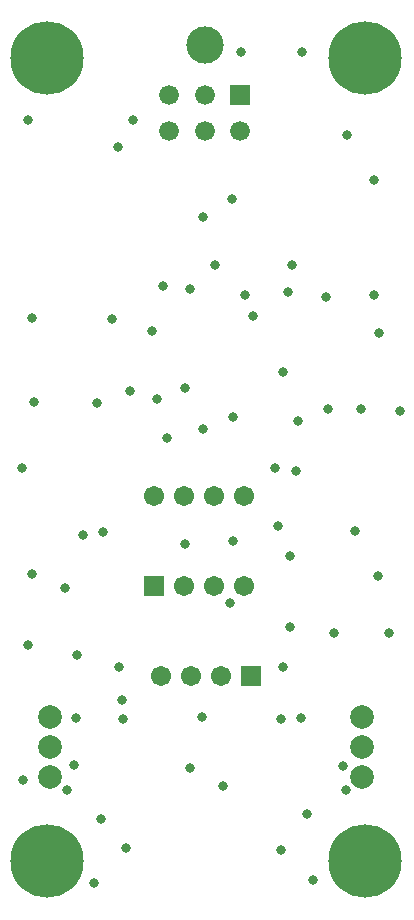
<source format=gbs>
G04*
G04 #@! TF.GenerationSoftware,Altium Limited,Altium Designer,23.0.1 (38)*
G04*
G04 Layer_Color=16711935*
%FSLAX44Y44*%
%MOMM*%
G71*
G04*
G04 #@! TF.SameCoordinates,4F8D76B3-19B9-4F14-BD17-49225F6037FE*
G04*
G04*
G04 #@! TF.FilePolarity,Negative*
G04*
G01*
G75*
%ADD38C,1.7032*%
%ADD39R,1.7032X1.7032*%
%ADD40C,2.0032*%
%ADD41R,1.7032X1.7032*%
%ADD42C,1.6724*%
%ADD43C,3.1524*%
%ADD44R,1.6724X1.6724*%
%ADD45C,6.2032*%
%ADD46C,0.8032*%
D38*
X207010Y349250D02*
D03*
X181610D02*
D03*
X156210D02*
D03*
X130810D02*
D03*
X207010Y273050D02*
D03*
X181610D02*
D03*
X156210D02*
D03*
X137160Y196850D02*
D03*
X162560D02*
D03*
X187960D02*
D03*
D39*
X130810Y273050D02*
D03*
D40*
X43180Y111760D02*
D03*
Y137160D02*
D03*
Y162560D02*
D03*
X307340D02*
D03*
Y137160D02*
D03*
Y111760D02*
D03*
D41*
X213360Y196850D02*
D03*
D42*
X143990Y658520D02*
D03*
X173990D02*
D03*
X203990D02*
D03*
X143990Y688520D02*
D03*
X173990D02*
D03*
D43*
Y731520D02*
D03*
D44*
X203990Y688520D02*
D03*
D45*
X310000Y720000D02*
D03*
Y40000D02*
D03*
X40000Y720000D02*
D03*
Y40000D02*
D03*
D46*
X104140Y176530D02*
D03*
X66088Y214630D02*
D03*
X157480Y440690D02*
D03*
X107567Y51382D02*
D03*
X138820Y527050D02*
D03*
X100330Y645160D02*
D03*
X172720Y585470D02*
D03*
X113030Y668020D02*
D03*
X247650Y544830D02*
D03*
X182880D02*
D03*
X244877Y522203D02*
D03*
X208280Y519430D02*
D03*
X317500D02*
D03*
X321310Y487680D02*
D03*
X339090Y421640D02*
D03*
X294640Y655320D02*
D03*
X317500Y617220D02*
D03*
X142240Y398780D02*
D03*
X87900Y318770D02*
D03*
X293465Y100235D02*
D03*
X195580Y259080D02*
D03*
X246380Y298450D02*
D03*
X238760Y49530D02*
D03*
X57706Y100496D02*
D03*
X320246Y281940D02*
D03*
X19050Y373380D02*
D03*
X265430Y24130D02*
D03*
X20320Y109220D02*
D03*
X86360Y76200D02*
D03*
X189230Y104140D02*
D03*
X161290Y119380D02*
D03*
X95250Y499110D02*
D03*
X198120Y416560D02*
D03*
X233680Y373380D02*
D03*
X157480Y308610D02*
D03*
X240030Y204470D02*
D03*
X101600D02*
D03*
X290830Y120650D02*
D03*
X63500Y121920D02*
D03*
X64770Y161290D02*
D03*
X80010Y21590D02*
D03*
X260350Y80010D02*
D03*
X255270Y161290D02*
D03*
X330200Y233680D02*
D03*
X283210D02*
D03*
X24130Y223520D02*
D03*
X55880Y271780D02*
D03*
X198120Y311150D02*
D03*
X82550Y427990D02*
D03*
X306070Y422910D02*
D03*
X278130D02*
D03*
X276860Y518160D02*
D03*
X161680Y524510D02*
D03*
X27940Y500380D02*
D03*
X204470Y725170D02*
D03*
X256540D02*
D03*
X29210Y429260D02*
D03*
X24130Y668020D02*
D03*
X196850Y600710D02*
D03*
X105110Y160990D02*
D03*
X171450Y162560D02*
D03*
X238460Y160990D02*
D03*
X300990Y320040D02*
D03*
X129540Y488950D02*
D03*
X240030Y454660D02*
D03*
X252730Y412750D02*
D03*
X251460Y370840D02*
D03*
X71120Y316230D02*
D03*
X27940Y283210D02*
D03*
X246380Y238760D02*
D03*
X110490Y438150D02*
D03*
X172720Y406400D02*
D03*
X133350Y431800D02*
D03*
X236220Y323850D02*
D03*
X214630Y501650D02*
D03*
M02*

</source>
